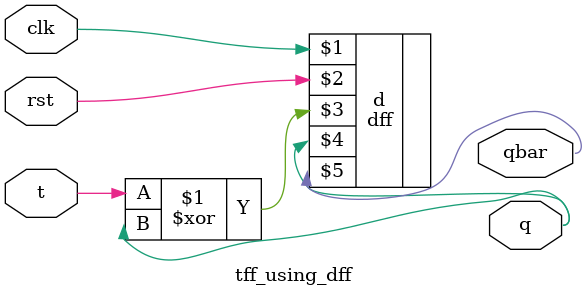
<source format=v>

module tff_using_dff (
    input  clk,
    rst,
    t,
    output q,
    qbar
);

  dff d (
      clk,
      rst,
      (t ^ q),
      q,
      qbar
  );

endmodule

</source>
